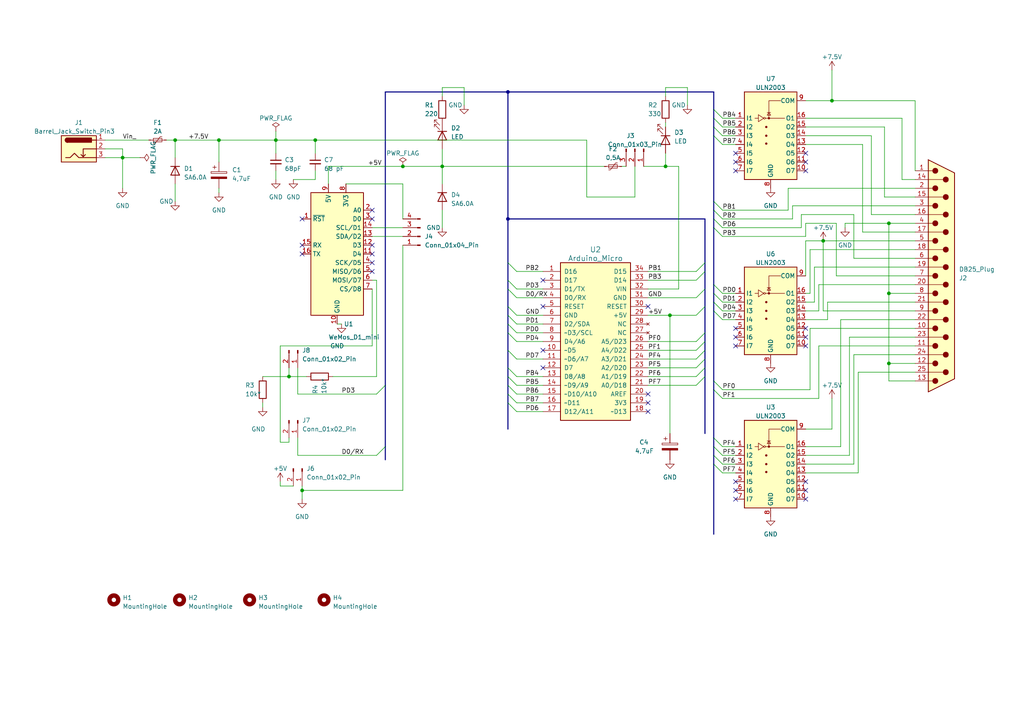
<source format=kicad_sch>
(kicad_sch (version 20230121) (generator eeschema)
  (paper "A4")
  (lib_symbols
    (symbol "Arduino:Arduino_Micro" (pin_names (offset 1.016))
      (property "Reference" "U" (at -10.16 26.67 0))
      (property "Value" "Arduino_Micro" (at -2.54 24.13 0))
      (symbol "Arduino_Micro_0_1"
        (rectangle (start -10.16 22.86) (end 10.16 -22.86) (stroke (width 0.254)) (fill (type background)))
      )
      (symbol "Arduino_Micro_1_1"
        (pin bidirectional line (at -15.24 20.32 0) (length 5.08) (name "D16") (number "1"))
        (pin bidirectional line (at -15.24 -2.54 0) (length 5.08) (name "~D5") (number "10"))
        (pin bidirectional line (at -15.24 -5.08 0) (length 5.08) (name "~D6/A7") (number "11"))
        (pin bidirectional line (at -15.24 -7.62 0) (length 5.08) (name "D7") (number "12"))
        (pin bidirectional line (at -15.24 -10.16 0) (length 5.08) (name "D8/A8") (number "13"))
        (pin bidirectional line (at -15.24 -12.7 0) (length 5.08) (name "~D9/A9") (number "14"))
        (pin bidirectional line (at -15.24 -15.24 0) (length 5.08) (name "~D10/A10") (number "15"))
        (pin bidirectional line (at -15.24 -17.78 0) (length 5.08) (name "~D11") (number "16"))
        (pin bidirectional line (at -15.24 -20.32 0) (length 5.08) (name "D12/A11") (number "17"))
        (pin bidirectional line (at 15.24 -20.32 180) (length 5.08) (name "~D13") (number "18"))
        (pin power_out line (at 15.24 -17.78 180) (length 5.08) (name "3V3") (number "19"))
        (pin bidirectional line (at -15.24 17.78 0) (length 5.08) (name "D17") (number "2"))
        (pin input line (at 15.24 -15.24 180) (length 5.08) (name "AREF") (number "20"))
        (pin bidirectional line (at 15.24 -12.7 180) (length 5.08) (name "A0/D18") (number "21"))
        (pin bidirectional line (at 15.24 -10.16 180) (length 5.08) (name "A1/D19") (number "22"))
        (pin bidirectional line (at 15.24 -7.62 180) (length 5.08) (name "A2/D20") (number "23"))
        (pin bidirectional line (at 15.24 -5.08 180) (length 5.08) (name "A3/D21") (number "24"))
        (pin bidirectional line (at 15.24 -2.54 180) (length 5.08) (name "A4/D22") (number "25"))
        (pin bidirectional line (at 15.24 0 180) (length 5.08) (name "A5/D23") (number "26"))
        (pin no_connect line (at 15.24 2.54 180) (length 5.08) (name "NC") (number "27"))
        (pin no_connect line (at 15.24 5.08 180) (length 5.08) (name "NC") (number "28"))
        (pin power_in line (at 15.24 7.62 180) (length 5.08) (name "+5V") (number "29"))
        (pin bidirectional line (at -15.24 15.24 0) (length 5.08) (name "D1/TX") (number "3"))
        (pin input line (at 15.24 10.16 180) (length 5.08) (name "RESET") (number "30"))
        (pin power_in line (at 15.24 12.7 180) (length 5.08) (name "GND") (number "31"))
        (pin power_out line (at 15.24 15.24 180) (length 5.08) (name "VIN") (number "32"))
        (pin bidirectional line (at 15.24 17.78 180) (length 5.08) (name "D14") (number "33"))
        (pin bidirectional line (at 15.24 20.32 180) (length 5.08) (name "D15") (number "34"))
        (pin bidirectional line (at -15.24 12.7 0) (length 5.08) (name "D0/RX") (number "4"))
        (pin input line (at -15.24 10.16 0) (length 5.08) (name "RESET") (number "5"))
        (pin power_in line (at -15.24 7.62 0) (length 5.08) (name "GND") (number "6"))
        (pin bidirectional line (at -15.24 5.08 0) (length 5.08) (name "D2/SDA") (number "7"))
        (pin bidirectional line (at -15.24 2.54 0) (length 5.08) (name "~D3/SCL") (number "8"))
        (pin bidirectional line (at -15.24 0 0) (length 5.08) (name "D4/A6") (number "9"))
      )
    )
    (symbol "Connector:Barrel_Jack_Switch_Pin3Ring" (pin_names hide)
      (property "Reference" "J" (at 0 5.334 0))
      (property "Value" "Barrel_Jack_Switch_Pin3Ring" (at 0 -5.08 0))
      (symbol "Barrel_Jack_Switch_Pin3Ring_0_1"
        (rectangle (start -5.08 3.81) (end 5.08 -3.81) (stroke (width 0.254)) (fill (type background)))
        (arc (start -3.302 3.175) (mid -3.9343 2.54) (end -3.302 1.905) (stroke (width 0.254)))
        (arc (start -3.302 3.175) (mid -3.9343 2.54) (end -3.302 1.905) (stroke (width 0.254)) (fill (type outline)))
        (polyline (pts (xy 1.27 -2.286) (xy 1.905 -1.651)) (stroke (width 0.254)))
        (polyline (pts (xy 5.08 2.54) (xy 3.81 2.54)) (stroke (width 0.254)))
        (polyline (pts (xy 5.08 0) (xy 1.27 0) (xy 1.27 -2.286) (xy 0.635 -1.651)) (stroke (width 0.254)))
        (polyline (pts (xy -3.81 -2.54) (xy -2.54 -2.54) (xy -1.27 -1.27) (xy 0 -2.54) (xy 2.54 -2.54) (xy 5.08 -2.54)) (stroke (width 0.254)))
        (rectangle (start 3.683 3.175) (end -3.302 1.905) (stroke (width 0.254)) (fill (type outline)))
      )
      (symbol "Barrel_Jack_Switch_Pin3Ring_1_1"
        (pin passive line (at 7.62 2.54 180) (length 2.54) (name "~") (number "1"))
        (pin passive line (at 7.62 0 180) (length 2.54) (name "~") (number "2"))
        (pin passive line (at 7.62 -2.54 180) (length 2.54) (name "~") (number "3"))
      )
    )
    (symbol "Connector:Conn_01x02_Pin" (pin_names (offset 1.016) hide)
      (property "Reference" "J" (at 0 2.54 0))
      (property "Value" "Conn_01x02_Pin" (at 0 -5.08 0))
      (symbol "Conn_01x02_Pin_1_1"
        (polyline (pts (xy 1.27 -2.54) (xy 0.8636 -2.54)) (stroke (width 0.1524)))
        (polyline (pts (xy 1.27 0) (xy 0.8636 0)) (stroke (width 0.1524)))
        (rectangle (start 0.8636 -2.413) (end 0 -2.667) (stroke (width 0.1524)) (fill (type outline)))
        (rectangle (start 0.8636 0.127) (end 0 -0.127) (stroke (width 0.1524)) (fill (type outline)))
        (pin passive line (at 5.08 0 180) (length 3.81) (name "Pin_1") (number "1"))
        (pin passive line (at 5.08 -2.54 180) (length 3.81) (name "Pin_2") (number "2"))
      )
    )
    (symbol "Connector:Conn_01x03_Pin" (pin_names (offset 1.016) hide)
      (property "Reference" "J" (at 0 5.08 0))
      (property "Value" "Conn_01x03_Pin" (at 0 -5.08 0))
      (symbol "Conn_01x03_Pin_1_1"
        (polyline (pts (xy 1.27 -2.54) (xy 0.8636 -2.54)) (stroke (width 0.1524)))
        (polyline (pts (xy 1.27 0) (xy 0.8636 0)) (stroke (width 0.1524)))
        (polyline (pts (xy 1.27 2.54) (xy 0.8636 2.54)) (stroke (width 0.1524)))
        (rectangle (start 0.8636 -2.413) (end 0 -2.667) (stroke (width 0.1524)) (fill (type outline)))
        (rectangle (start 0.8636 0.127) (end 0 -0.127) (stroke (width 0.1524)) (fill (type outline)))
        (rectangle (start 0.8636 2.667) (end 0 2.413) (stroke (width 0.1524)) (fill (type outline)))
        (pin passive line (at 5.08 2.54 180) (length 3.81) (name "Pin_1") (number "1"))
        (pin passive line (at 5.08 0 180) (length 3.81) (name "Pin_2") (number "2"))
        (pin passive line (at 5.08 -2.54 180) (length 3.81) (name "Pin_3") (number "3"))
      )
    )
    (symbol "Connector:Conn_01x04_Pin" (pin_names (offset 1.016) hide)
      (property "Reference" "J" (at 0 5.08 0))
      (property "Value" "Conn_01x04_Pin" (at 0 -7.62 0))
      (symbol "Conn_01x04_Pin_1_1"
        (polyline (pts (xy 1.27 -5.08) (xy 0.8636 -5.08)) (stroke (width 0.1524)))
        (polyline (pts (xy 1.27 -2.54) (xy 0.8636 -2.54)) (stroke (width 0.1524)))
        (polyline (pts (xy 1.27 0) (xy 0.8636 0)) (stroke (width 0.1524)))
        (polyline (pts (xy 1.27 2.54) (xy 0.8636 2.54)) (stroke (width 0.1524)))
        (rectangle (start 0.8636 -4.953) (end 0 -5.207) (stroke (width 0.1524)) (fill (type outline)))
        (rectangle (start 0.8636 -2.413) (end 0 -2.667) (stroke (width 0.1524)) (fill (type outline)))
        (rectangle (start 0.8636 0.127) (end 0 -0.127) (stroke (width 0.1524)) (fill (type outline)))
        (rectangle (start 0.8636 2.667) (end 0 2.413) (stroke (width 0.1524)) (fill (type outline)))
        (pin passive line (at 5.08 2.54 180) (length 3.81) (name "Pin_1") (number "1"))
        (pin passive line (at 5.08 0 180) (length 3.81) (name "Pin_2") (number "2"))
        (pin passive line (at 5.08 -2.54 180) (length 3.81) (name "Pin_3") (number "3"))
        (pin passive line (at 5.08 -5.08 180) (length 3.81) (name "Pin_4") (number "4"))
      )
    )
    (symbol "Connector:DB25_Plug" (pin_names (offset 1.016) hide)
      (property "Reference" "J" (at 0 34.29 0))
      (property "Value" "DB25_Plug" (at 0 -34.925 0))
      (symbol "DB25_Plug_0_1"
        (circle (center -1.778 -30.48) (radius 0.762) (fill (type outline)))
        (circle (center -1.778 -25.4) (radius 0.762) (fill (type outline)))
        (circle (center -1.778 -20.32) (radius 0.762) (fill (type outline)))
        (circle (center -1.778 -15.24) (radius 0.762) (fill (type outline)))
        (circle (center -1.778 -10.16) (radius 0.762) (fill (type outline)))
        (circle (center -1.778 -5.08) (radius 0.762) (fill (type outline)))
        (circle (center -1.778 0) (radius 0.762) (fill (type outline)))
        (circle (center -1.778 5.08) (radius 0.762) (fill (type outline)))
        (circle (center -1.778 10.16) (radius 0.762) (fill (type outline)))
        (circle (center -1.778 15.24) (radius 0.762) (fill (type outline)))
        (circle (center -1.778 20.32) (radius 0.762) (fill (type outline)))
        (circle (center -1.778 25.4) (radius 0.762) (fill (type outline)))
        (circle (center -1.778 30.48) (radius 0.762) (fill (type outline)))
        (polyline (pts (xy -3.81 -30.48) (xy -2.54 -30.48)))
        (polyline (pts (xy -3.81 -27.94) (xy 0.508 -27.94)))
        (polyline (pts (xy -3.81 -25.4) (xy -2.54 -25.4)))
        (polyline (pts (xy -3.81 -22.86) (xy 0.508 -22.86)))
        (polyline (pts (xy -3.81 -20.32) (xy -2.54 -20.32)))
        (polyline (pts (xy -3.81 -17.78) (xy 0.508 -17.78)))
        (polyline (pts (xy -3.81 -15.24) (xy -2.54 -15.24)))
        (polyline (pts (xy -3.81 -12.7) (xy 0.508 -12.7)))
        (polyline (pts (xy -3.81 -10.16) (xy -2.54 -10.16)))
        (polyline (pts (xy -3.81 -7.62) (xy 0.508 -7.62)))
        (polyline (pts (xy -3.81 -5.08) (xy -2.54 -5.08)))
        (polyline (pts (xy -3.81 -2.54) (xy 0.508 -2.54)))
        (polyline (pts (xy -3.81 0) (xy -2.54 0)))
        (polyline (pts (xy -3.81 2.54) (xy 0.508 2.54)))
        (polyline (pts (xy -3.81 5.08) (xy -2.54 5.08)))
        (polyline (pts (xy -3.81 7.62) (xy 0.508 7.62)))
        (polyline (pts (xy -3.81 10.16) (xy -2.54 10.16)))
        (polyline (pts (xy -3.81 12.7) (xy 0.508 12.7)))
        (polyline (pts (xy -3.81 15.24) (xy -2.54 15.24)))
        (polyline (pts (xy -3.81 17.78) (xy 0.508 17.78)))
        (polyline (pts (xy -3.81 20.32) (xy -2.54 20.32)))
        (polyline (pts (xy -3.81 22.86) (xy 0.508 22.86)))
        (polyline (pts (xy -3.81 25.4) (xy -2.54 25.4)))
        (polyline (pts (xy -3.81 27.94) (xy 0.508 27.94)))
        (polyline (pts (xy -3.81 30.48) (xy -2.54 30.48)))
        (polyline (pts (xy -3.81 -33.655) (xy 3.81 -29.845) (xy 3.81 29.845) (xy -3.81 33.655) (xy -3.81 -33.655)) (stroke (width 0.254)) (fill (type background)))
        (circle (center 1.27 -27.94) (radius 0.762) (fill (type outline)))
        (circle (center 1.27 -22.86) (radius 0.762) (fill (type outline)))
        (circle (center 1.27 -17.78) (radius 0.762) (fill (type outline)))
        (circle (center 1.27 -12.7) (radius 0.762) (fill (type outline)))
        (circle (center 1.27 -7.62) (radius 0.762) (fill (type outline)))
        (circle (center 1.27 -2.54) (radius 0.762) (fill (type outline)))
        (circle (center 1.27 2.54) (radius 0.762) (fill (type outline)))
        (circle (center 1.27 7.62) (radius 0.762) (fill (type outline)))
        (circle (center 1.27 12.7) (radius 0.762) (fill (type outline)))
        (circle (center 1.27 17.78) (radius 0.762) (fill (type outline)))
        (circle (center 1.27 22.86) (radius 0.762) (fill (type outline)))
        (circle (center 1.27 27.94) (radius 0.762) (fill (type outline)))
      )
      (symbol "DB25_Plug_1_1"
        (pin passive line (at -7.62 -30.48 0) (length 3.81) (name "1") (number "1"))
        (pin passive line (at -7.62 15.24 0) (length 3.81) (name "10") (number "10"))
        (pin passive line (at -7.62 20.32 0) (length 3.81) (name "11") (number "11"))
        (pin passive line (at -7.62 25.4 0) (length 3.81) (name "12") (number "12"))
        (pin passive line (at -7.62 30.48 0) (length 3.81) (name "13") (number "13"))
        (pin passive line (at -7.62 -27.94 0) (length 3.81) (name "P14") (number "14"))
        (pin passive line (at -7.62 -22.86 0) (length 3.81) (name "P15") (number "15"))
        (pin passive line (at -7.62 -17.78 0) (length 3.81) (name "P16") (number "16"))
        (pin passive line (at -7.62 -12.7 0) (length 3.81) (name "P17") (number "17"))
        (pin passive line (at -7.62 -7.62 0) (length 3.81) (name "P18") (number "18"))
        (pin passive line (at -7.62 -2.54 0) (length 3.81) (name "P19") (number "19"))
        (pin passive line (at -7.62 -25.4 0) (length 3.81) (name "2") (number "2"))
        (pin passive line (at -7.62 2.54 0) (length 3.81) (name "P20") (number "20"))
        (pin passive line (at -7.62 7.62 0) (length 3.81) (name "P21") (number "21"))
        (pin passive line (at -7.62 12.7 0) (length 3.81) (name "P22") (number "22"))
        (pin passive line (at -7.62 17.78 0) (length 3.81) (name "P23") (number "23"))
        (pin passive line (at -7.62 22.86 0) (length 3.81) (name "P24") (number "24"))
        (pin passive line (at -7.62 27.94 0) (length 3.81) (name "P25") (number "25"))
        (pin passive line (at -7.62 -20.32 0) (length 3.81) (name "3") (number "3"))
        (pin passive line (at -7.62 -15.24 0) (length 3.81) (name "4") (number "4"))
        (pin passive line (at -7.62 -10.16 0) (length 3.81) (name "5") (number "5"))
        (pin passive line (at -7.62 -5.08 0) (length 3.81) (name "6") (number "6"))
        (pin passive line (at -7.62 0 0) (length 3.81) (name "7") (number "7"))
        (pin passive line (at -7.62 5.08 0) (length 3.81) (name "8") (number "8"))
        (pin passive line (at -7.62 10.16 0) (length 3.81) (name "9") (number "9"))
      )
    )
    (symbol "Device:C_Polarized" (pin_numbers hide) (pin_names (offset 0.254))
      (property "Reference" "C" (at 0.635 2.54 0))
      (property "Value" "C_Polarized" (at 0.635 -2.54 0))
      (symbol "C_Polarized_0_1"
        (rectangle (start -2.286 0.508) (end 2.286 1.016))
        (polyline (pts (xy -1.778 2.286) (xy -0.762 2.286)))
        (polyline (pts (xy -1.27 2.794) (xy -1.27 1.778)))
        (rectangle (start 2.286 -0.508) (end -2.286 -1.016) (fill (type outline)))
      )
      (symbol "C_Polarized_1_1"
        (pin passive line (at 0 3.81 270) (length 2.794) (name "~") (number "1"))
        (pin passive line (at 0 -3.81 90) (length 2.794) (name "~") (number "2"))
      )
    )
    (symbol "Device:C_Small" (pin_numbers hide) (pin_names (offset 0.254) hide)
      (property "Reference" "C" (at 0.254 1.778 0))
      (property "Value" "C_Small" (at 0.254 -2.032 0))
      (symbol "C_Small_0_1"
        (polyline (pts (xy -1.524 -0.508) (xy 1.524 -0.508)) (stroke (width 0.3302)))
        (polyline (pts (xy -1.524 0.508) (xy 1.524 0.508)) (stroke (width 0.3048)))
      )
      (symbol "C_Small_1_1"
        (pin passive line (at 0 2.54 270) (length 2.032) (name "~") (number "1"))
        (pin passive line (at 0 -2.54 90) (length 2.032) (name "~") (number "2"))
      )
    )
    (symbol "Device:LED" (pin_numbers hide) (pin_names (offset 1.016) hide)
      (property "Reference" "D" (at 0 2.54 0))
      (property "Value" "LED" (at 0 -2.54 0))
      (symbol "LED_0_1"
        (polyline (pts (xy -1.27 -1.27) (xy -1.27 1.27)) (stroke (width 0.254)))
        (polyline (pts (xy -1.27 0) (xy 1.27 0)))
        (polyline (pts (xy 1.27 -1.27) (xy 1.27 1.27) (xy -1.27 0) (xy 1.27 -1.27)) (stroke (width 0.254)))
        (polyline (pts (xy -3.048 -0.762) (xy -4.572 -2.286) (xy -3.81 -2.286) (xy -4.572 -2.286) (xy -4.572 -1.524)))
        (polyline (pts (xy -1.778 -0.762) (xy -3.302 -2.286) (xy -2.54 -2.286) (xy -3.302 -2.286) (xy -3.302 -1.524)))
      )
      (symbol "LED_1_1"
        (pin passive line (at -3.81 0 0) (length 2.54) (name "K") (number "1"))
        (pin passive line (at 3.81 0 180) (length 2.54) (name "A") (number "2"))
      )
    )
    (symbol "Device:Polyfuse_Small" (pin_numbers hide) (pin_names (offset 0))
      (property "Reference" "F" (at -1.905 0 90))
      (property "Value" "Polyfuse_Small" (at 1.905 0 90))
      (symbol "Polyfuse_Small_0_1"
        (rectangle (start -0.508 1.27) (end 0.508 -1.27))
        (polyline (pts (xy 0 2.54) (xy 0 -2.54)))
        (polyline (pts (xy -1.016 1.27) (xy -1.016 0.762) (xy 1.016 -0.762) (xy 1.016 -1.27)))
      )
      (symbol "Polyfuse_Small_1_1"
        (pin passive line (at 0 2.54 270) (length 0.635) (name "~") (number "1"))
        (pin passive line (at 0 -2.54 90) (length 0.635) (name "~") (number "2"))
      )
    )
    (symbol "Device:R" (pin_numbers hide) (pin_names (offset 0))
      (property "Reference" "R" (at 2.032 0 90))
      (property "Value" "R" (at 0 0 90))
      (symbol "R_0_1"
        (rectangle (start -1.016 -2.54) (end 1.016 2.54) (stroke (width 0.254)))
      )
      (symbol "R_1_1"
        (pin passive line (at 0 3.81 270) (length 1.27) (name "~") (number "1"))
        (pin passive line (at 0 -3.81 90) (length 1.27) (name "~") (number "2"))
      )
    )
    (symbol "Diode:1N5400" (pin_numbers hide) (pin_names hide)
      (property "Reference" "D" (at 0 2.54 0))
      (property "Value" "1N5400" (at 0 -2.54 0))
      (symbol "1N5400_0_1"
        (polyline (pts (xy -1.27 1.27) (xy -1.27 -1.27)) (stroke (width 0.254)))
        (polyline (pts (xy 1.27 0) (xy -1.27 0)))
        (polyline (pts (xy 1.27 1.27) (xy 1.27 -1.27) (xy -1.27 0) (xy 1.27 1.27)) (stroke (width 0.254)))
      )
      (symbol "1N5400_1_1"
        (pin passive line (at -3.81 0 0) (length 2.54) (name "K") (number "1"))
        (pin passive line (at 3.81 0 180) (length 2.54) (name "A") (number "2"))
      )
    )
    (symbol "MCU_Module:WeMos_D1_mini"
      (property "Reference" "U" (at 3.81 19.05 0))
      (property "Value" "WeMos_D1_mini" (at 1.27 -19.05 0))
      (symbol "WeMos_D1_mini_1_1"
        (rectangle (start -7.62 17.78) (end 7.62 -17.78) (stroke (width 0.254)) (fill (type background)))
        (pin input line (at -10.16 10.16 0) (length 2.54) (name "~{RST}") (number "1"))
        (pin power_in line (at 0 -20.32 90) (length 2.54) (name "GND") (number "10"))
        (pin bidirectional line (at 10.16 0 180) (length 2.54) (name "D4") (number "11"))
        (pin bidirectional line (at 10.16 2.54 180) (length 2.54) (name "D3") (number "12"))
        (pin bidirectional line (at 10.16 5.08 180) (length 2.54) (name "SDA/D2") (number "13"))
        (pin bidirectional line (at 10.16 7.62 180) (length 2.54) (name "SCL/D1") (number "14"))
        (pin input line (at -10.16 2.54 0) (length 2.54) (name "RX") (number "15"))
        (pin output line (at -10.16 0 0) (length 2.54) (name "TX") (number "16"))
        (pin input line (at 10.16 12.7 180) (length 2.54) (name "A0") (number "2"))
        (pin bidirectional line (at 10.16 10.16 180) (length 2.54) (name "D0") (number "3"))
        (pin bidirectional line (at 10.16 -2.54 180) (length 2.54) (name "SCK/D5") (number "4"))
        (pin bidirectional line (at 10.16 -5.08 180) (length 2.54) (name "MISO/D6") (number "5"))
        (pin bidirectional line (at 10.16 -7.62 180) (length 2.54) (name "MOSI/D7") (number "6"))
        (pin bidirectional line (at 10.16 -10.16 180) (length 2.54) (name "CS/D8") (number "7"))
        (pin power_out line (at 2.54 20.32 270) (length 2.54) (name "3V3") (number "8"))
        (pin power_in line (at -2.54 20.32 270) (length 2.54) (name "5V") (number "9"))
      )
    )
    (symbol "Mechanical:MountingHole" (pin_names (offset 1.016))
      (property "Reference" "H" (at 0 5.08 0))
      (property "Value" "MountingHole" (at 0 3.175 0))
      (symbol "MountingHole_0_1"
        (circle (center 0 0) (radius 1.27) (stroke (width 1.27)))
      )
    )
    (symbol "Transistor_Array:ULN2003"
      (property "Reference" "U" (at 0 15.875 0))
      (property "Value" "ULN2003" (at 0 13.97 0))
      (symbol "ULN2003_0_1"
        (rectangle (start -7.62 -12.7) (end 7.62 12.7) (stroke (width 0.254)) (fill (type background)))
        (circle (center -1.778 5.08) (radius 0.254))
        (circle (center -1.27 -2.286) (radius 0.254) (fill (type outline)))
        (circle (center -1.27 0) (radius 0.254) (fill (type outline)))
        (circle (center -1.27 2.54) (radius 0.254) (fill (type outline)))
        (circle (center -0.508 5.08) (radius 0.254) (fill (type outline)))
        (polyline (pts (xy -4.572 5.08) (xy -3.556 5.08)))
        (polyline (pts (xy -1.524 5.08) (xy 4.064 5.08)))
        (polyline (pts (xy 0 6.731) (xy -1.016 6.731)))
        (polyline (pts (xy -0.508 5.08) (xy -0.508 10.16) (xy 2.921 10.16)))
        (polyline (pts (xy -3.556 6.096) (xy -3.556 4.064) (xy -2.032 5.08) (xy -3.556 6.096)))
        (polyline (pts (xy 0 5.969) (xy -1.016 5.969) (xy -0.508 6.731) (xy 0 5.969)))
      )
      (symbol "ULN2003_1_1"
        (pin input line (at -10.16 5.08 0) (length 2.54) (name "I1") (number "1"))
        (pin open_collector line (at 10.16 -10.16 180) (length 2.54) (name "O7") (number "10"))
        (pin open_collector line (at 10.16 -7.62 180) (length 2.54) (name "O6") (number "11"))
        (pin open_collector line (at 10.16 -5.08 180) (length 2.54) (name "O5") (number "12"))
        (pin open_collector line (at 10.16 -2.54 180) (length 2.54) (name "O4") (number "13"))
        (pin open_collector line (at 10.16 0 180) (length 2.54) (name "O3") (number "14"))
        (pin open_collector line (at 10.16 2.54 180) (length 2.54) (name "O2") (number "15"))
        (pin open_collector line (at 10.16 5.08 180) (length 2.54) (name "O1") (number "16"))
        (pin input line (at -10.16 2.54 0) (length 2.54) (name "I2") (number "2"))
        (pin input line (at -10.16 0 0) (length 2.54) (name "I3") (number "3"))
        (pin input line (at -10.16 -2.54 0) (length 2.54) (name "I4") (number "4"))
        (pin input line (at -10.16 -5.08 0) (length 2.54) (name "I5") (number "5"))
        (pin input line (at -10.16 -7.62 0) (length 2.54) (name "I6") (number "6"))
        (pin input line (at -10.16 -10.16 0) (length 2.54) (name "I7") (number "7"))
        (pin power_in line (at 0 -15.24 90) (length 2.54) (name "GND") (number "8"))
        (pin passive line (at 10.16 10.16 180) (length 2.54) (name "COM") (number "9"))
      )
    )
    (symbol "power:+5V" (power) (pin_names (offset 0))
      (property "Value" "+5V" (at 0 3.556 0))
      (symbol "+5V_0_1"
        (polyline (pts (xy -0.762 1.27) (xy 0 2.54)))
        (polyline (pts (xy 0 0) (xy 0 2.54)))
        (polyline (pts (xy 0 2.54) (xy 0.762 1.27)))
      )
      (symbol "+5V_1_1"
        (pin power_in line (at 0 0 90) (length 0) hide (name "+5V") (number "1"))
      )
    )
    (symbol "power:+7.5V" (power) (pin_names (offset 0))
      (property "Value" "+7.5V" (at 0 3.556 0))
      (symbol "+7.5V_0_1"
        (polyline (pts (xy -0.762 1.27) (xy 0 2.54)))
        (polyline (pts (xy 0 0) (xy 0 2.54)))
        (polyline (pts (xy 0 2.54) (xy 0.762 1.27)))
      )
      (symbol "+7.5V_1_1"
        (pin power_in line (at 0 0 90) (length 0) hide (name "+7.5V") (number "1"))
      )
    )
    (symbol "power:GND" (power) (pin_names (offset 0))
      (property "Value" "GND" (at 0 -3.81 0))
      (symbol "GND_0_1"
        (polyline (pts (xy 0 0) (xy 0 -1.27) (xy 1.27 -1.27) (xy 0 -2.54) (xy -1.27 -1.27) (xy 0 -1.27)))
      )
      (symbol "GND_1_1"
        (pin power_in line (at 0 0 270) (length 0) hide (name "GND") (number "1"))
      )
    )
    (symbol "power:PWR_FLAG" (power) (pin_numbers hide) (pin_names (offset 0) hide)
      (property "Value" "PWR_FLAG" (at 0 3.81 0))
      (symbol "PWR_FLAG_0_0"
        (pin power_out line (at 0 0 90) (length 0) (name "pwr") (number "1"))
      )
      (symbol "PWR_FLAG_0_1"
        (polyline (pts (xy 0 0) (xy 0 1.27) (xy -1.016 1.905) (xy 0 2.54) (xy 1.016 1.905) (xy 0 1.27)))
      )
    )
  )
  (junction (at 80.01 40.64))
  (junction (at 194.31 91.44))
  (junction (at 87.63 142.24))
  (junction (at 116.84 48.26))
  (junction (at 63.5 40.64))
  (junction (at 238.76 69.85))
  (junction (at 83.82 109.22))
  (junction (at 257.81 64.77))
  (junction (at 241.3 29.21))
  (junction (at 35.56 45.72))
  (junction (at 128.27 48.26))
  (junction (at 50.8 40.64))
  (junction (at 91.44 40.64))
  (junction (at 147.32 63.5))
  (junction (at 147.32 26.67))
  (junction (at 257.81 105.41))
  (junction (at 257.81 85.09))
  (junction (at 193.04 48.26))
  (no_connect (at 213.36 97.79))
  (no_connect (at 157.48 101.6))
  (no_connect (at 233.68 144.78))
  (no_connect (at 107.95 71.12))
  (no_connect (at 107.95 63.5))
  (no_connect (at 87.63 73.66))
  (no_connect (at 213.36 95.25))
  (no_connect (at 233.68 49.53))
  (no_connect (at 233.68 44.45))
  (no_connect (at 233.68 46.99))
  (no_connect (at 213.36 142.24))
  (no_connect (at 157.48 88.9))
  (no_connect (at 213.36 49.53))
  (no_connect (at 233.68 142.24))
  (no_connect (at 233.68 95.25))
  (no_connect (at 233.68 139.7))
  (no_connect (at 87.63 71.12))
  (no_connect (at 213.36 139.7))
  (no_connect (at 107.95 73.66))
  (no_connect (at 107.95 60.96))
  (no_connect (at 187.96 119.38))
  (no_connect (at 107.95 78.74))
  (no_connect (at 107.95 76.2))
  (no_connect (at 233.68 97.79))
  (no_connect (at 213.36 44.45))
  (no_connect (at 213.36 46.99))
  (no_connect (at 187.96 88.9))
  (no_connect (at 187.96 114.3))
  (no_connect (at 213.36 100.33))
  (no_connect (at 157.48 106.68))
  (no_connect (at 187.96 116.84))
  (no_connect (at 213.36 144.78))
  (no_connect (at 233.68 100.33))
  (no_connect (at 157.48 81.28))
  (no_connect (at 87.63 63.5))
  (bus_entry (at 201.93 91.44) (size 2.54 -2.54))
  (bus_entry (at 201.93 109.22) (size 2.54 -2.54))
  (bus_entry (at 207.01 127) (size 2.54 2.54))
  (bus_entry (at 207.01 87.63) (size 2.54 2.54))
  (bus_entry (at 207.01 129.54) (size 2.54 2.54))
  (bus_entry (at 147.32 111.76) (size 2.54 2.54))
  (bus_entry (at 207.01 132.08) (size 2.54 2.54))
  (bus_entry (at 207.01 66.04) (size 2.54 2.54))
  (bus_entry (at 147.32 81.28) (size 2.54 2.54))
  (bus_entry (at 147.32 114.3) (size 2.54 2.54))
  (bus_entry (at 207.01 82.55) (size 2.54 2.54))
  (bus_entry (at 201.93 111.76) (size 2.54 -2.54))
  (bus_entry (at 207.01 134.62) (size 2.54 2.54))
  (bus_entry (at 207.01 31.75) (size 2.54 2.54))
  (bus_entry (at 201.93 101.6) (size 2.54 -2.54))
  (bus_entry (at 109.22 132.08) (size 2.54 -2.54))
  (bus_entry (at 207.01 63.5) (size 2.54 2.54))
  (bus_entry (at 207.01 58.42) (size 2.54 2.54))
  (bus_entry (at 201.93 81.28) (size 2.54 -2.54))
  (bus_entry (at 207.01 110.49) (size 2.54 2.54))
  (bus_entry (at 147.32 101.6) (size 2.54 2.54))
  (bus_entry (at 207.01 34.29) (size 2.54 2.54))
  (bus_entry (at 201.93 99.06) (size 2.54 -2.54))
  (bus_entry (at 147.32 88.9) (size 2.54 2.54))
  (bus_entry (at 207.01 113.03) (size 2.54 2.54))
  (bus_entry (at 147.32 83.82) (size 2.54 2.54))
  (bus_entry (at 109.22 114.3) (size 2.54 -2.54))
  (bus_entry (at 201.93 104.14) (size 2.54 -2.54))
  (bus_entry (at 147.32 106.68) (size 2.54 2.54))
  (bus_entry (at 147.32 91.44) (size 2.54 2.54))
  (bus_entry (at 147.32 96.52) (size 2.54 2.54))
  (bus_entry (at 207.01 60.96) (size 2.54 2.54))
  (bus_entry (at 147.32 76.2) (size 2.54 2.54))
  (bus_entry (at 207.01 85.09) (size 2.54 2.54))
  (bus_entry (at 201.93 78.74) (size 2.54 -2.54))
  (bus_entry (at 147.32 109.22) (size 2.54 2.54))
  (bus_entry (at 207.01 39.37) (size 2.54 2.54))
  (bus_entry (at 207.01 36.83) (size 2.54 2.54))
  (bus_entry (at 201.93 86.36) (size 2.54 -2.54))
  (bus_entry (at 147.32 116.84) (size 2.54 2.54))
  (bus_entry (at 147.32 93.98) (size 2.54 2.54))
  (bus_entry (at 207.01 90.17) (size 2.54 2.54))
  (bus_entry (at 201.93 106.68) (size 2.54 -2.54))
  (bus (pts (xy 204.47 83.82) (xy 204.47 88.9)))
  (bus (pts (xy 147.32 101.6) (xy 147.32 106.68)))
  (wire (pts (xy 233.68 132.08) (xy 246.38 132.08)))
  (wire (pts (xy 247.65 62.23) (xy 232.41 62.23)))
  (wire (pts (xy 261.62 52.07) (xy 265.43 52.07)))
  (wire (pts (xy 100.33 53.34) (xy 116.84 53.34)))
  (bus (pts (xy 207.01 66.04) (xy 207.01 82.55)))
  (bus (pts (xy 147.32 26.67) (xy 147.32 63.5)))
  (wire (pts (xy 238.76 69.85) (xy 265.43 69.85)))
  (wire (pts (xy 128.27 25.4) (xy 128.27 27.94)))
  (bus (pts (xy 207.01 31.75) (xy 207.01 34.29)))
  (wire (pts (xy 50.8 53.34) (xy 50.8 58.42)))
  (wire (pts (xy 233.68 64.77) (xy 233.68 68.58)))
  (wire (pts (xy 234.95 95.25) (xy 234.95 113.03)))
  (wire (pts (xy 149.86 104.14) (xy 157.48 104.14)))
  (wire (pts (xy 85.09 52.07) (xy 91.44 52.07)))
  (wire (pts (xy 265.43 105.41) (xy 257.81 105.41)))
  (wire (pts (xy 50.8 40.64) (xy 63.5 40.64)))
  (wire (pts (xy 257.81 85.09) (xy 257.81 64.77)))
  (wire (pts (xy 86.36 106.68) (xy 86.36 114.3)))
  (wire (pts (xy 81.28 140.97) (xy 85.09 140.97)))
  (wire (pts (xy 35.56 43.18) (xy 35.56 45.72)))
  (wire (pts (xy 243.84 129.54) (xy 233.68 129.54)))
  (wire (pts (xy 237.49 82.55) (xy 237.49 90.17)))
  (wire (pts (xy 30.48 45.72) (xy 35.56 45.72)))
  (wire (pts (xy 265.43 87.63) (xy 240.03 87.63)))
  (wire (pts (xy 257.81 110.49) (xy 257.81 105.41)))
  (wire (pts (xy 149.86 116.84) (xy 157.48 116.84)))
  (wire (pts (xy 233.68 36.83) (xy 256.54 36.83)))
  (bus (pts (xy 111.76 26.67) (xy 147.32 26.67)))
  (wire (pts (xy 116.84 142.24) (xy 87.63 142.24)))
  (wire (pts (xy 265.43 77.47) (xy 236.22 77.47)))
  (wire (pts (xy 209.55 132.08) (xy 213.36 132.08)))
  (wire (pts (xy 233.68 39.37) (xy 252.73 39.37)))
  (wire (pts (xy 128.27 25.4) (xy 134.62 25.4)))
  (wire (pts (xy 134.62 25.4) (xy 134.62 30.48)))
  (wire (pts (xy 86.36 132.08) (xy 86.36 127)))
  (wire (pts (xy 209.55 66.04) (xy 232.41 66.04)))
  (wire (pts (xy 80.01 44.45) (xy 80.01 40.64)))
  (wire (pts (xy 187.96 86.36) (xy 201.93 86.36)))
  (wire (pts (xy 83.82 106.68) (xy 83.82 109.22)))
  (wire (pts (xy 87.63 142.24) (xy 87.63 144.78)))
  (wire (pts (xy 149.86 119.38) (xy 157.48 119.38)))
  (wire (pts (xy 87.63 140.97) (xy 87.63 142.24)))
  (wire (pts (xy 265.43 80.01) (xy 242.57 80.01)))
  (bus (pts (xy 207.01 60.96) (xy 207.01 63.5)))
  (bus (pts (xy 207.01 129.54) (xy 207.01 132.08)))
  (wire (pts (xy 233.68 41.91) (xy 250.19 41.91)))
  (bus (pts (xy 204.47 101.6) (xy 204.47 104.14)))
  (wire (pts (xy 107.95 100.33) (xy 81.28 100.33)))
  (wire (pts (xy 233.68 69.85) (xy 238.76 69.85)))
  (wire (pts (xy 149.86 109.22) (xy 157.48 109.22)))
  (wire (pts (xy 237.49 100.33) (xy 237.49 115.57)))
  (wire (pts (xy 265.43 102.87) (xy 247.65 102.87)))
  (wire (pts (xy 265.43 74.93) (xy 247.65 74.93)))
  (wire (pts (xy 209.55 129.54) (xy 213.36 129.54)))
  (wire (pts (xy 265.43 110.49) (xy 257.81 110.49)))
  (wire (pts (xy 149.86 93.98) (xy 157.48 93.98)))
  (wire (pts (xy 91.44 40.64) (xy 170.18 40.64)))
  (wire (pts (xy 149.86 111.76) (xy 157.48 111.76)))
  (bus (pts (xy 207.01 134.62) (xy 207.01 154.94)))
  (wire (pts (xy 187.96 91.44) (xy 194.31 91.44)))
  (bus (pts (xy 147.32 114.3) (xy 147.32 111.76)))
  (wire (pts (xy 250.19 67.31) (xy 265.43 67.31)))
  (bus (pts (xy 147.32 26.67) (xy 207.01 26.67)))
  (wire (pts (xy 149.86 78.74) (xy 157.48 78.74)))
  (wire (pts (xy 209.55 85.09) (xy 213.36 85.09)))
  (wire (pts (xy 63.5 40.64) (xy 63.5 46.99)))
  (bus (pts (xy 147.32 111.76) (xy 147.32 109.22)))
  (bus (pts (xy 147.32 93.98) (xy 147.32 91.44)))
  (bus (pts (xy 207.01 85.09) (xy 207.01 87.63)))
  (wire (pts (xy 187.96 109.22) (xy 201.93 109.22)))
  (wire (pts (xy 170.18 40.64) (xy 170.18 57.15)))
  (wire (pts (xy 252.73 39.37) (xy 252.73 62.23)))
  (wire (pts (xy 116.84 71.12) (xy 116.84 142.24)))
  (wire (pts (xy 234.95 85.09) (xy 233.68 85.09)))
  (wire (pts (xy 107.95 83.82) (xy 107.95 100.33)))
  (wire (pts (xy 228.6 54.61) (xy 228.6 60.96)))
  (wire (pts (xy 232.41 62.23) (xy 232.41 66.04)))
  (wire (pts (xy 81.28 128.27) (xy 83.82 128.27)))
  (wire (pts (xy 257.81 64.77) (xy 245.11 64.77)))
  (wire (pts (xy 233.68 124.46) (xy 241.3 124.46)))
  (bus (pts (xy 204.47 76.2) (xy 204.47 78.74)))
  (wire (pts (xy 256.54 36.83) (xy 256.54 57.15)))
  (wire (pts (xy 187.96 106.68) (xy 201.93 106.68)))
  (wire (pts (xy 209.55 115.57) (xy 237.49 115.57)))
  (wire (pts (xy 243.84 92.71) (xy 243.84 129.54)))
  (bus (pts (xy 207.01 26.67) (xy 207.01 31.75)))
  (wire (pts (xy 209.55 63.5) (xy 229.87 63.5)))
  (wire (pts (xy 234.95 72.39) (xy 234.95 85.09)))
  (wire (pts (xy 209.55 68.58) (xy 233.68 68.58)))
  (wire (pts (xy 245.11 64.77) (xy 245.11 66.04)))
  (bus (pts (xy 147.32 96.52) (xy 147.32 93.98)))
  (wire (pts (xy 261.62 34.29) (xy 261.62 52.07)))
  (wire (pts (xy 250.19 41.91) (xy 250.19 67.31)))
  (wire (pts (xy 149.86 83.82) (xy 157.48 83.82)))
  (wire (pts (xy 91.44 49.53) (xy 91.44 52.07)))
  (wire (pts (xy 209.55 34.29) (xy 213.36 34.29)))
  (wire (pts (xy 91.44 44.45) (xy 91.44 40.64)))
  (wire (pts (xy 194.31 91.44) (xy 201.93 91.44)))
  (wire (pts (xy 265.43 107.95) (xy 248.92 107.95)))
  (wire (pts (xy 209.55 41.91) (xy 213.36 41.91)))
  (wire (pts (xy 86.36 114.3) (xy 109.22 114.3)))
  (bus (pts (xy 207.01 110.49) (xy 207.01 113.03)))
  (bus (pts (xy 147.32 124.46) (xy 147.32 116.84)))
  (wire (pts (xy 50.8 40.64) (xy 48.26 40.64)))
  (wire (pts (xy 196.85 48.26) (xy 196.85 83.82)))
  (wire (pts (xy 96.52 109.22) (xy 109.22 109.22)))
  (bus (pts (xy 147.32 91.44) (xy 147.32 88.9)))
  (bus (pts (xy 207.01 36.83) (xy 207.01 39.37)))
  (wire (pts (xy 81.28 139.7) (xy 81.28 140.97)))
  (wire (pts (xy 35.56 45.72) (xy 40.64 45.72)))
  (wire (pts (xy 187.96 81.28) (xy 201.93 81.28)))
  (wire (pts (xy 247.65 102.87) (xy 247.65 134.62)))
  (wire (pts (xy 233.68 92.71) (xy 240.03 92.71)))
  (wire (pts (xy 209.55 39.37) (xy 213.36 39.37)))
  (wire (pts (xy 248.92 137.16) (xy 233.68 137.16)))
  (wire (pts (xy 128.27 53.34) (xy 128.27 48.26)))
  (bus (pts (xy 204.47 78.74) (xy 204.47 83.82)))
  (wire (pts (xy 242.57 80.01) (xy 242.57 64.77)))
  (wire (pts (xy 81.28 100.33) (xy 81.28 128.27)))
  (wire (pts (xy 252.73 62.23) (xy 265.43 62.23)))
  (wire (pts (xy 238.76 90.17) (xy 265.43 90.17)))
  (bus (pts (xy 147.32 63.5) (xy 204.47 63.5)))
  (bus (pts (xy 147.32 96.52) (xy 147.32 101.6)))
  (wire (pts (xy 97.79 93.98) (xy 99.06 93.98)))
  (wire (pts (xy 187.96 99.06) (xy 201.93 99.06)))
  (wire (pts (xy 241.3 20.32) (xy 241.3 29.21)))
  (bus (pts (xy 204.47 106.68) (xy 204.47 109.22)))
  (wire (pts (xy 265.43 97.79) (xy 246.38 97.79)))
  (wire (pts (xy 236.22 77.47) (xy 236.22 87.63)))
  (bus (pts (xy 207.01 87.63) (xy 207.01 90.17)))
  (wire (pts (xy 186.69 48.26) (xy 193.04 48.26)))
  (wire (pts (xy 30.48 40.64) (xy 43.18 40.64)))
  (wire (pts (xy 128.27 60.96) (xy 128.27 66.04)))
  (wire (pts (xy 76.2 109.22) (xy 83.82 109.22)))
  (wire (pts (xy 109.22 132.08) (xy 86.36 132.08)))
  (wire (pts (xy 193.04 25.4) (xy 199.39 25.4)))
  (wire (pts (xy 242.57 64.77) (xy 233.68 64.77)))
  (bus (pts (xy 207.01 39.37) (xy 207.01 58.42)))
  (wire (pts (xy 233.68 29.21) (xy 241.3 29.21)))
  (bus (pts (xy 147.32 63.5) (xy 147.32 76.2)))
  (wire (pts (xy 233.68 134.62) (xy 247.65 134.62)))
  (wire (pts (xy 233.68 80.01) (xy 233.68 69.85)))
  (wire (pts (xy 209.55 137.16) (xy 213.36 137.16)))
  (wire (pts (xy 149.86 114.3) (xy 157.48 114.3)))
  (wire (pts (xy 30.48 43.18) (xy 35.56 43.18)))
  (bus (pts (xy 207.01 82.55) (xy 207.01 85.09)))
  (wire (pts (xy 80.01 38.1) (xy 80.01 40.64)))
  (wire (pts (xy 209.55 134.62) (xy 213.36 134.62)))
  (wire (pts (xy 265.43 49.53) (xy 265.43 29.21)))
  (bus (pts (xy 207.01 63.5) (xy 207.01 66.04)))
  (wire (pts (xy 256.54 57.15) (xy 265.43 57.15)))
  (bus (pts (xy 207.01 90.17) (xy 207.01 110.49)))
  (wire (pts (xy 194.31 91.44) (xy 194.31 125.73)))
  (wire (pts (xy 209.55 87.63) (xy 213.36 87.63)))
  (wire (pts (xy 265.43 54.61) (xy 228.6 54.61)))
  (wire (pts (xy 209.55 60.96) (xy 228.6 60.96)))
  (wire (pts (xy 187.96 104.14) (xy 201.93 104.14)))
  (wire (pts (xy 63.5 40.64) (xy 80.01 40.64)))
  (wire (pts (xy 248.92 107.95) (xy 248.92 137.16)))
  (wire (pts (xy 149.86 96.52) (xy 157.48 96.52)))
  (bus (pts (xy 147.32 83.82) (xy 147.32 81.28)))
  (wire (pts (xy 187.96 111.76) (xy 201.93 111.76)))
  (wire (pts (xy 107.95 66.04) (xy 116.84 66.04)))
  (wire (pts (xy 265.43 100.33) (xy 237.49 100.33)))
  (bus (pts (xy 207.01 34.29) (xy 207.01 36.83)))
  (wire (pts (xy 170.18 57.15) (xy 184.15 57.15)))
  (wire (pts (xy 109.22 81.28) (xy 107.95 81.28)))
  (bus (pts (xy 207.01 127) (xy 207.01 129.54)))
  (wire (pts (xy 180.34 48.26) (xy 181.61 48.26)))
  (wire (pts (xy 76.2 116.84) (xy 76.2 118.11)))
  (wire (pts (xy 80.01 40.64) (xy 91.44 40.64)))
  (wire (pts (xy 229.87 59.69) (xy 229.87 63.5)))
  (bus (pts (xy 147.32 83.82) (xy 147.32 88.9)))
  (wire (pts (xy 193.04 25.4) (xy 193.04 27.94)))
  (wire (pts (xy 265.43 64.77) (xy 257.81 64.77)))
  (wire (pts (xy 187.96 83.82) (xy 196.85 83.82)))
  (bus (pts (xy 207.01 58.42) (xy 207.01 60.96)))
  (wire (pts (xy 193.04 48.26) (xy 196.85 48.26)))
  (wire (pts (xy 149.86 91.44) (xy 157.48 91.44)))
  (bus (pts (xy 204.47 88.9) (xy 204.47 96.52)))
  (wire (pts (xy 265.43 72.39) (xy 234.95 72.39)))
  (bus (pts (xy 204.47 99.06) (xy 204.47 101.6)))
  (wire (pts (xy 149.86 86.36) (xy 157.48 86.36)))
  (bus (pts (xy 204.47 63.5) (xy 204.47 76.2)))
  (bus (pts (xy 147.32 76.2) (xy 147.32 81.28)))
  (bus (pts (xy 204.47 104.14) (xy 204.47 106.68)))
  (bus (pts (xy 111.76 129.54) (xy 111.76 133.35)))
  (bus (pts (xy 147.32 109.22) (xy 147.32 106.68)))
  (wire (pts (xy 265.43 82.55) (xy 237.49 82.55)))
  (wire (pts (xy 149.86 99.06) (xy 157.48 99.06)))
  (bus (pts (xy 111.76 26.67) (xy 111.76 111.76)))
  (wire (pts (xy 116.84 53.34) (xy 116.84 63.5)))
  (wire (pts (xy 241.3 115.57) (xy 241.3 124.46)))
  (wire (pts (xy 236.22 87.63) (xy 233.68 87.63)))
  (wire (pts (xy 265.43 85.09) (xy 257.81 85.09)))
  (wire (pts (xy 265.43 92.71) (xy 243.84 92.71)))
  (wire (pts (xy 128.27 48.26) (xy 116.84 48.26)))
  (bus (pts (xy 204.47 109.22) (xy 204.47 125.73)))
  (wire (pts (xy 116.84 48.26) (xy 95.25 48.26)))
  (wire (pts (xy 265.43 29.21) (xy 241.3 29.21)))
  (wire (pts (xy 247.65 74.93) (xy 247.65 62.23)))
  (wire (pts (xy 128.27 48.26) (xy 175.26 48.26)))
  (wire (pts (xy 35.56 45.72) (xy 35.56 54.61)))
  (wire (pts (xy 128.27 43.18) (xy 128.27 48.26)))
  (wire (pts (xy 237.49 90.17) (xy 233.68 90.17)))
  (wire (pts (xy 209.55 36.83) (xy 213.36 36.83)))
  (wire (pts (xy 233.68 34.29) (xy 261.62 34.29)))
  (wire (pts (xy 209.55 113.03) (xy 234.95 113.03)))
  (wire (pts (xy 109.22 109.22) (xy 109.22 81.28)))
  (wire (pts (xy 193.04 35.56) (xy 193.04 36.83)))
  (wire (pts (xy 107.95 68.58) (xy 116.84 68.58)))
  (wire (pts (xy 238.76 69.85) (xy 238.76 90.17)))
  (wire (pts (xy 187.96 101.6) (xy 201.93 101.6)))
  (wire (pts (xy 50.8 45.72) (xy 50.8 40.64)))
  (wire (pts (xy 63.5 54.61) (xy 63.5 55.88)))
  (bus (pts (xy 147.32 116.84) (xy 147.32 114.3)))
  (wire (pts (xy 199.39 25.4) (xy 199.39 30.48)))
  (wire (pts (xy 95.25 48.26) (xy 95.25 53.34)))
  (wire (pts (xy 240.03 87.63) (xy 240.03 92.71)))
  (wire (pts (xy 187.96 78.74) (xy 201.93 78.74)))
  (wire (pts (xy 184.15 57.15) (xy 184.15 48.26)))
  (bus (pts (xy 111.76 111.76) (xy 111.76 129.54)))
  (wire (pts (xy 246.38 97.79) (xy 246.38 132.08)))
  (bus (pts (xy 204.47 96.52) (xy 204.47 99.06)))
  (wire (pts (xy 265.43 95.25) (xy 234.95 95.25)))
  (wire (pts (xy 257.81 105.41) (xy 257.81 85.09)))
  (wire (pts (xy 83.82 128.27) (xy 83.82 127)))
  (bus (pts (xy 207.01 113.03) (xy 207.01 127)))
  (wire (pts (xy 265.43 59.69) (xy 229.87 59.69)))
  (wire (pts (xy 209.55 92.71) (xy 213.36 92.71)))
  (wire (pts (xy 80.01 52.07) (xy 80.01 49.53)))
  (wire (pts (xy 193.04 44.45) (xy 193.04 48.26)))
  (wire (pts (xy 83.82 109.22) (xy 88.9 109.22)))
  (wire (pts (xy 209.55 90.17) (xy 213.36 90.17)))
  (bus (pts (xy 207.01 132.08) (xy 207.01 134.62)))
  (label "PB5" (at 152.4 111.76 0))
  (label "D0{slash}RX" (at 99.06 132.08 0))
  (label "PD7" (at 209.55 92.71 0))
  (label "PF0" (at 209.55 113.03 0))
  (label "PD7" (at 152.4 104.14 0))
  (label "PF5" (at 187.96 106.68 0))
  (label "PB7" (at 152.4 116.84 0))
  (label "PD0" (at 209.55 85.09 0))
  (label "PD6" (at 209.55 66.04 0))
  (label "PF1" (at 209.55 115.57 0))
  (label "GND" (at 152.4 91.44 0))
  (label "PB4" (at 209.55 34.29 0))
  (label "PD0" (at 152.4 96.52 0))
  (label "PF5" (at 209.55 132.08 0))
  (label "PD3" (at 152.4 83.82 0))
  (label "+7.5V" (at 54.61 40.64 0))
  (label "PB1" (at 209.55 60.96 0))
  (label "+5V" (at 187.96 91.44 0))
  (label "PD3" (at 99.06 114.3 0))
  (label "PB2" (at 209.55 63.5 0))
  (label "PD1" (at 152.4 93.98 0))
  (label "PF4" (at 209.55 129.54 0))
  (label "PF6" (at 187.96 109.22 0))
  (label "PB6" (at 209.55 39.37 0))
  (label "PB5" (at 209.55 36.83 0))
  (label "PF7" (at 187.96 111.76 0))
  (label "PF7" (at 209.55 137.16 0))
  (label "GND" (at 187.96 86.36 0))
  (label "PD4" (at 152.4 99.06 0))
  (label "PF1" (at 187.96 101.6 0))
  (label "+5V" (at 106.68 48.26 0))
  (label "PB3" (at 209.55 68.58 0))
  (label "PB1" (at 187.96 78.74 0))
  (label "Vin_" (at 35.56 40.64 0))
  (label "PB2" (at 152.4 78.74 0))
  (label "PD1" (at 209.55 87.63 0))
  (label "PF4" (at 187.96 104.14 0))
  (label "PF0" (at 187.96 99.06 0))
  (label "PB7" (at 209.55 41.91 0))
  (label "D0{slash}RX" (at 152.4 86.36 0))
  (label "PD6" (at 152.4 119.38 0))
  (label "PF6" (at 209.55 134.62 0))
  (label "PB4" (at 152.4 109.22 0))
  (label "PB3" (at 187.96 81.28 0))
  (label "PD4" (at 209.55 90.17 0))
  (label "PB6" (at 152.4 114.3 0))
  (symbol (lib_id "Transistor_Array:ULN2003") (at 223.52 90.17 0) (unit 1)
    (property "Reference" "U6" (at 223.52 73.66 0))
    (property "Value" "ULN2003" (at 223.52 76.2 0))
    (property "Footprint" "Package_DIP:DIP-16_W7.62mm_LongPads" (effects hide))
    (property "Datasheet" "http://www.ti.com/lit/ds/symlink/uln2003a.pdf" (effects hide))
  )
  (symbol (lib_id "Connector:Conn_01x02_Pin") (at 86.36 101.6 270) (unit 1)
    (property "Reference" "J8" (at 87.63 101.6 90) (effects (justify left)))
    (property "Value" "Conn_01x02_Pin" (at 87.63 104.14 90) (effects (justify left)))
    (property "Footprint" "Connector_PinHeader_2.54mm:PinHeader_1x02_P2.54mm_Vertical" (effects hide))
  )
  (symbol (lib_id "power:GND") (at 194.31 133.35 0) (unit 1)
    (property "Reference" "#PWR022" (effects hide))
    (property "Value" "GND" (at 194.31 138.43 0))
  )
  (symbol (lib_id "power:PWR_FLAG") (at 116.84 48.26 0) (unit 1)
    (property "Reference" "#FLG03" (effects hide))
    (property "Value" "PWR_FLAG" (at 116.84 44.45 0))
  )
  (symbol (lib_id "Connector:Conn_01x04_Pin") (at 121.92 68.58 180) (unit 1)
    (property "Reference" "J4" (at 123.19 68.58 0) (effects (justify right)))
    (property "Value" "Conn_01x04_Pin" (at 123.19 71.12 0) (effects (justify right)))
    (property "Footprint" "Connector_PinHeader_2.54mm:PinHeader_1x04_P2.54mm_Vertical" (effects hide))
  )
  (symbol (lib_id "power:PWR_FLAG") (at 40.64 45.72 270) (unit 1)
    (property "Reference" "#FLG02" (effects hide))
    (property "Value" "PWR_FLAG" (at 44.45 45.72 0))
  )
  (symbol (lib_id "power:GND") (at 134.62 30.48 0) (unit 1)
    (property "Reference" "#PWR08" (effects hide))
    (property "Value" "GND" (at 132.08 30.48 0))
  )
  (symbol (lib_id "Connector:Conn_01x02_Pin") (at 87.63 135.89 270) (unit 1)
    (property "Reference" "J6" (at 88.9 135.89 90) (effects (justify left)))
    (property "Value" "Conn_01x02_Pin" (at 88.9 138.43 90) (effects (justify left)))
    (property "Footprint" "Connector_PinHeader_2.54mm:PinHeader_1x02_P2.54mm_Vertical" (effects hide))
  )
  (symbol (lib_id "Device:LED") (at 128.27 39.37 270) (unit 1)
    (property "Reference" "D2" (at 130.81 37.1475 90) (effects (justify left)))
    (property "Value" "LED" (at 130.81 39.6875 90) (effects (justify left)))
    (property "Footprint" "LED_THT:LED_D3.0mm" (effects hide))
  )
  (symbol (lib_id "power:+7.5V") (at 241.3 20.32 0) (unit 1)
    (property "Reference" "#PWR012" (effects hide))
    (property "Value" "+7.5V" (at 241.3 16.51 0))
  )
  (symbol (lib_id "Device:R") (at 76.2 113.03 0) (unit 1)
    (property "Reference" "R3" (at 71.12 111.76 0) (effects (justify left)))
    (property "Value" "10k*" (at 71.12 114.3 0) (effects (justify left)))
    (property "Footprint" "Resistor_THT:R_Axial_DIN0207_L6.3mm_D2.5mm_P10.16mm_Horizontal" (effects hide))
  )
  (symbol (lib_id "Device:R") (at 193.04 31.75 0) (unit 1)
    (property "Reference" "R2" (at 187.96 30.48 0) (effects (justify left)))
    (property "Value" "330" (at 187.96 33.02 0) (effects (justify left)))
    (property "Footprint" "Resistor_THT:R_Axial_DIN0207_L6.3mm_D2.5mm_P10.16mm_Horizontal" (effects hide))
  )
  (symbol (lib_id "Connector:DB25_Plug") (at 273.05 80.01 0) (mirror x) (unit 1)
    (property "Reference" "J2" (at 278.13 80.645 0) (effects (justify left)))
    (property "Value" "DB25_Plug" (at 278.13 78.105 0) (effects (justify left)))
    (property "Footprint" "Connector_Dsub:DSUB-25_Male_Horizontal_P2.77x2.84mm_EdgePinOffset9.90mm_Housed_MountingHolesOffset11.32mm" (effects hide))
    (property "Datasheet" " ~" (effects hide))
  )
  (symbol (lib_id "Diode:1N5400") (at 128.27 57.15 270) (unit 1)
    (property "Reference" "D4" (at 130.81 56.515 90) (effects (justify left)))
    (property "Value" "SA6.0A" (at 130.81 59.055 90) (effects (justify left)))
    (property "Footprint" "Diode_THT:D_DO-15_P12.70mm_Horizontal" (effects hide))
    (property "Datasheet" "http://www.vishay.com/docs/88516/1n5400.pdf" (effects hide))
    (property "Sim.Device" "D" (effects hide))
    (property "Sim.Pins" "1=K 2=A" (effects hide))
  )
  (symbol (lib_id "power:GND") (at 85.09 52.07 0) (unit 1)
    (property "Reference" "#PWR07" (effects hide))
    (property "Value" "GND" (at 85.09 57.15 0))
  )
  (symbol (lib_id "Device:Polyfuse_Small") (at 45.72 40.64 90) (unit 1)
    (property "Reference" "F1" (at 45.72 35.56 90))
    (property "Value" "2A" (at 45.72 38.1 90))
    (property "Footprint" "Fuse:Fuseholder_Cylinder-5x20mm_Stelvio-Kontek_PTF78_Horizontal_Open" (effects hide))
  )
  (symbol (lib_id "MCU_Module:WeMos_D1_mini") (at 97.79 73.66 0) (unit 1)
    (property "Reference" "U1" (at 99.7459 93.98 0) (effects (justify left)))
    (property "Value" "WeMos_D1_mini" (at 95.25 97.79 0) (effects (justify left)))
    (property "Footprint" "Module:WEMOS_D1_mini_light" (effects hide))
    (property "Datasheet" "https://wiki.wemos.cc/products:d1:d1_mini#documentation" (effects hide))
  )
  (symbol (lib_id "power:+7.5V") (at 238.76 69.85 0) (unit 1)
    (property "Reference" "#PWR013" (effects hide))
    (property "Value" "+7.5V" (at 238.76 66.04 0))
  )
  (symbol (lib_id "Transistor_Array:ULN2003") (at 223.52 39.37 0) (unit 1)
    (property "Reference" "U7" (at 223.52 22.86 0))
    (property "Value" "ULN2003" (at 223.52 25.4 0))
    (property "Footprint" "Package_DIP:DIP-16_W7.62mm_LongPads" (effects hide))
    (property "Datasheet" "http://www.ti.com/lit/ds/symlink/uln2003a.pdf" (effects hide))
  )
  (symbol (lib_id "power:+5V") (at 81.28 139.7 0) (unit 1)
    (property "Reference" "#PWR018" (effects hide))
    (property "Value" "+5V" (at 81.28 135.89 0))
  )
  (symbol (lib_id "power:GND") (at 35.56 54.61 0) (unit 1)
    (property "Reference" "#PWR01" (effects hide))
    (property "Value" "GND" (at 35.56 59.69 0))
  )
  (symbol (lib_id "Device:R") (at 128.27 31.75 0) (unit 1)
    (property "Reference" "R1" (at 123.19 30.48 0) (effects (justify left)))
    (property "Value" "220" (at 123.19 33.02 0) (effects (justify left)))
    (property "Footprint" "Resistor_THT:R_Axial_DIN0207_L6.3mm_D2.5mm_P10.16mm_Horizontal" (effects hide))
  )
  (symbol (lib_id "Device:Polyfuse_Small") (at 177.8 48.26 90) (unit 1)
    (property "Reference" "F2" (at 177.8 43.18 90))
    (property "Value" "0,5A" (at 177.8 45.72 90))
    (property "Footprint" "Fuse:Fuseholder_Cylinder-5x20mm_Stelvio-Kontek_PTF78_Horizontal_Open" (effects hide))
  )
  (symbol (lib_id "Connector:Conn_01x03_Pin") (at 184.15 43.18 270) (unit 1)
    (property "Reference" "J3" (at 182.88 39.37 90))
    (property "Value" "Conn_01x03_Pin" (at 184.15 41.91 90))
    (property "Footprint" "Connector_PinSocket_2.54mm:PinSocket_1x03_P2.54mm_Vertical" (effects hide))
  )
  (symbol (lib_id "Device:C_Small") (at 80.01 46.99 0) (unit 1)
    (property "Reference" "C3" (at 82.55 46.3613 0) (effects (justify left)))
    (property "Value" "68pF" (at 82.55 48.9013 0) (effects (justify left)))
    (property "Footprint" "Capacitor_THT:C_Disc_D5.0mm_W2.5mm_P5.00mm" (effects hide))
  )
  (symbol (lib_id "Arduino:Arduino_Micro") (at 172.72 99.06 0) (unit 1)
    (property "Reference" "U2" (at 172.72 72.39 0) (effects (font (size 1.524 1.524))))
    (property "Value" "Arduino_Micro" (at 172.72 74.93 0) (effects (font (size 1.524 1.524))))
    (property "Footprint" "Arduino:Arduino_Micro" (effects hide))
    (property "Datasheet" "https://store.arduino.cc/usa/arduino-micro" (effects hide))
  )
  (symbol (lib_id "power:GND") (at 128.27 66.04 0) (unit 1)
    (property "Reference" "#PWR016" (effects hide))
    (property "Value" "GND" (at 125.73 66.04 0))
  )
  (symbol (lib_id "power:GND") (at 63.5 55.88 0) (unit 1)
    (property "Reference" "#PWR04" (effects hide))
    (property "Value" "GND" (at 63.5 60.96 0))
  )
  (symbol (lib_id "Device:C_Small") (at 91.44 46.99 0) (unit 1)
    (property "Reference" "C7" (at 93.98 46.3613 0) (effects (justify left)))
    (property "Value" "68 pF" (at 93.98 48.9013 0) (effects (justify left)))
    (property "Footprint" "Capacitor_THT:C_Disc_D5.0mm_W2.5mm_P5.00mm" (effects hide))
  )
  (symbol (lib_id "power:GND") (at 223.52 105.41 0) (unit 1)
    (property "Reference" "#PWR09" (effects hide))
    (property "Value" "GND" (at 223.52 110.49 0))
  )
  (symbol (lib_id "Mechanical:MountingHole") (at 33.02 173.99 0) (unit 1)
    (property "Reference" "H1" (at 35.56 173.355 0) (effects (justify left)))
    (property "Value" "MountingHole" (at 35.56 175.895 0) (effects (justify left)))
    (property "Footprint" "MountingHole:MountingHole_3.2mm_M3" (effects hide))
  )
  (symbol (lib_id "Device:LED") (at 193.04 40.64 270) (unit 1)
    (property "Reference" "D3" (at 195.58 38.4175 90) (effects (justify left)))
    (property "Value" "LED" (at 195.58 40.9575 90) (effects (justify left)))
    (property "Footprint" "LED_THT:LED_D3.0mm" (effects hide))
  )
  (symbol (lib_id "Connector:Barrel_Jack_Switch_Pin3Ring") (at 22.86 43.18 0) (unit 1)
    (property "Reference" "J1" (at 22.86 35.56 0))
    (property "Value" "Barrel_Jack_Switch_Pin3" (at 21.59 38.1 0))
    (property "Footprint" "Connector_BarrelJack:BarrelJack_GCT_DCJ200-10-A_Horizontal" (effects hide))
  )
  (symbol (lib_id "Mechanical:MountingHole") (at 52.07 173.99 0) (unit 1)
    (property "Reference" "H2" (at 54.61 173.355 0) (effects (justify left)))
    (property "Value" "MountingHole" (at 54.61 175.895 0) (effects (justify left)))
    (property "Footprint" "MountingHole:MountingHole_3.2mm_M3" (effects hide))
  )
  (symbol (lib_id "Device:C_Polarized") (at 194.31 129.54 0) (unit 1)
    (property "Reference" "C4" (at 185.42 128.27 0) (effects (justify left)))
    (property "Value" "4,7uF" (at 184.15 130.81 0) (effects (justify left)))
    (property "Footprint" "Capacitor_THT:CP_Radial_D10.0mm_P3.80mm" (effects hide))
  )
  (symbol (lib_id "Diode:1N5400") (at 50.8 49.53 270) (unit 1)
    (property "Reference" "D1" (at 53.34 48.895 90) (effects (justify left)))
    (property "Value" "SA6.0A" (at 53.34 51.435 90) (effects (justify left)))
    (property "Footprint" "Diode_THT:D_DO-15_P12.70mm_Horizontal" (effects hide))
    (property "Datasheet" "http://www.vishay.com/docs/88516/1n5400.pdf" (effects hide))
    (property "Sim.Device" "D" (effects hide))
    (property "Sim.Pins" "1=K 2=A" (effects hide))
  )
  (symbol (lib_id "power:GND") (at 245.11 66.04 0) (unit 1)
    (property "Reference" "#PWR015" (effects hide))
    (property "Value" "GND" (at 245.11 71.12 0))
  )
  (symbol (lib_id "power:PWR_FLAG") (at 80.01 38.1 0) (unit 1)
    (property "Reference" "#FLG01" (effects hide))
    (property "Value" "PWR_FLAG" (at 80.01 34.29 0))
  )
  (symbol (lib_id "power:GND") (at 223.52 54.61 0) (unit 1)
    (property "Reference" "#PWR03" (effects hide))
    (property "Value" "GND" (at 223.52 59.69 0))
  )
  (symbol (lib_id "power:+7.5V") (at 241.3 115.57 0) (unit 1)
    (property "Reference" "#PWR014" (effects hide))
    (property "Value" "+7.5V" (at 241.3 111.76 0))
  )
  (symbol (lib_id "Transistor_Array:ULN2003") (at 223.52 134.62 0) (unit 1)
    (property "Reference" "U3" (at 223.52 118.11 0))
    (property "Value" "ULN2003" (at 223.52 120.65 0))
    (property "Footprint" "Package_DIP:DIP-16_W7.62mm_LongPads" (effects hide))
    (property "Datasheet" "http://www.ti.com/lit/ds/symlink/uln2003a.pdf" (effects hide))
  )
  (symbol (lib_id "power:GND") (at 50.8 58.42 0) (unit 1)
    (property "Reference" "#PWR02" (effects hide))
    (property "Value" "GND" (at 48.26 58.42 0))
  )
  (symbol (lib_id "Device:R") (at 92.71 109.22 90) (unit 1)
    (property "Reference" "R4" (at 91.44 114.3 0) (effects (justify left)))
    (property "Value" "10k*" (at 93.98 114.3 0) (effects (justify left)))
    (property "Footprint" "Resistor_THT:R_Axial_DIN0207_L6.3mm_D2.5mm_P10.16mm_Horizontal" (effects hide))
  )
  (symbol (lib_id "Device:C_Polarized") (at 63.5 50.8 0) (unit 1)
    (property "Reference" "C1" (at 67.31 49.276 0) (effects (justify left)))
    (property "Value" "4,7uF" (at 67.31 51.816 0) (effects (justify left)))
    (property "Footprint" "Capacitor_THT:CP_Radial_D10.0mm_P3.80mm" (effects hide))
  )
  (symbol (lib_id "power:GND") (at 199.39 30.48 0) (unit 1)
    (property "Reference" "#PWR011" (effects hide))
    (property "Value" "GND" (at 196.85 30.48 0))
  )
  (symbol (lib_id "Mechanical:MountingHole") (at 93.98 173.99 0) (unit 1)
    (property "Reference" "H4" (at 96.52 173.355 0) (effects (justify left)))
    (property "Value" "MountingHole" (at 96.52 175.895 0) (effects (justify left)))
    (property "Footprint" "MountingHole:MountingHole_3.2mm_M3" (effects hide))
  )
  (symbol (lib_id "Mechanical:MountingHole") (at 72.39 173.99 0) (unit 1)
    (property "Reference" "H3" (at 74.93 173.355 0) (effects (justify left)))
    (property "Value" "MountingHole" (at 74.93 175.895 0) (effects (justify left)))
    (property "Footprint" "MountingHole:MountingHole_3.2mm_M3" (effects hide))
  )
  (symbol (lib_id "power:GND") (at 80.01 52.07 0) (unit 1)
    (property "Reference" "#PWR06" (effects hide))
    (property "Value" "GND" (at 80.01 57.15 0))
  )
  (symbol (lib_id "power:GND") (at 223.52 149.86 0) (unit 1)
    (property "Reference" "#PWR010" (effects hide))
    (property "Value" "GND" (at 223.52 154.94 0))
  )
  (symbol (lib_id "power:GND") (at 76.2 118.11 0) (unit 1)
    (property "Reference" "#PWR017" (effects hide))
    (property "Value" "GND" (at 74.93 124.46 0))
  )
  (symbol (lib_id "Connector:Conn_01x02_Pin") (at 86.36 121.92 270) (unit 1)
    (property "Reference" "J7" (at 87.63 121.92 90) (effects (justify left)))
    (property "Value" "Conn_01x02_Pin" (at 87.63 124.46 90) (effects (justify left)))
    (property "Footprint" "Connector_PinHeader_2.54mm:PinHeader_1x02_P2.54mm_Vertical" (effects hide))
  )
  (symbol (lib_id "power:GND") (at 99.06 93.98 0) (unit 1)
    (property "Reference" "#PWR05" (effects hide))
    (property "Value" "GND" (at 97.79 100.33 0))
  )
  (symbol (lib_id "power:GND") (at 87.63 144.78 0) (unit 1)
    (property "Reference" "#PWR019" (effects hide))
    (property "Value" "GND" (at 87.63 149.86 0))
  )
)
</source>
